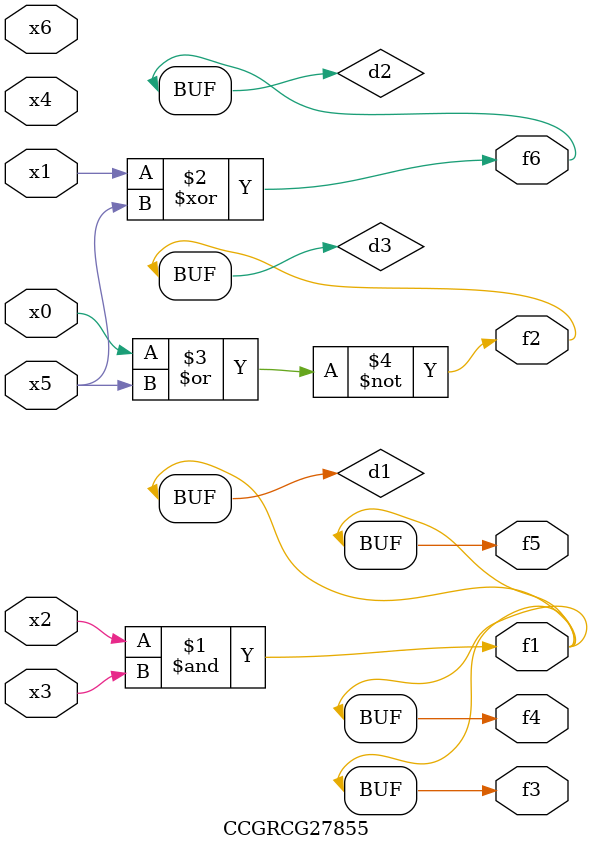
<source format=v>
module CCGRCG27855(
	input x0, x1, x2, x3, x4, x5, x6,
	output f1, f2, f3, f4, f5, f6
);

	wire d1, d2, d3;

	and (d1, x2, x3);
	xor (d2, x1, x5);
	nor (d3, x0, x5);
	assign f1 = d1;
	assign f2 = d3;
	assign f3 = d1;
	assign f4 = d1;
	assign f5 = d1;
	assign f6 = d2;
endmodule

</source>
